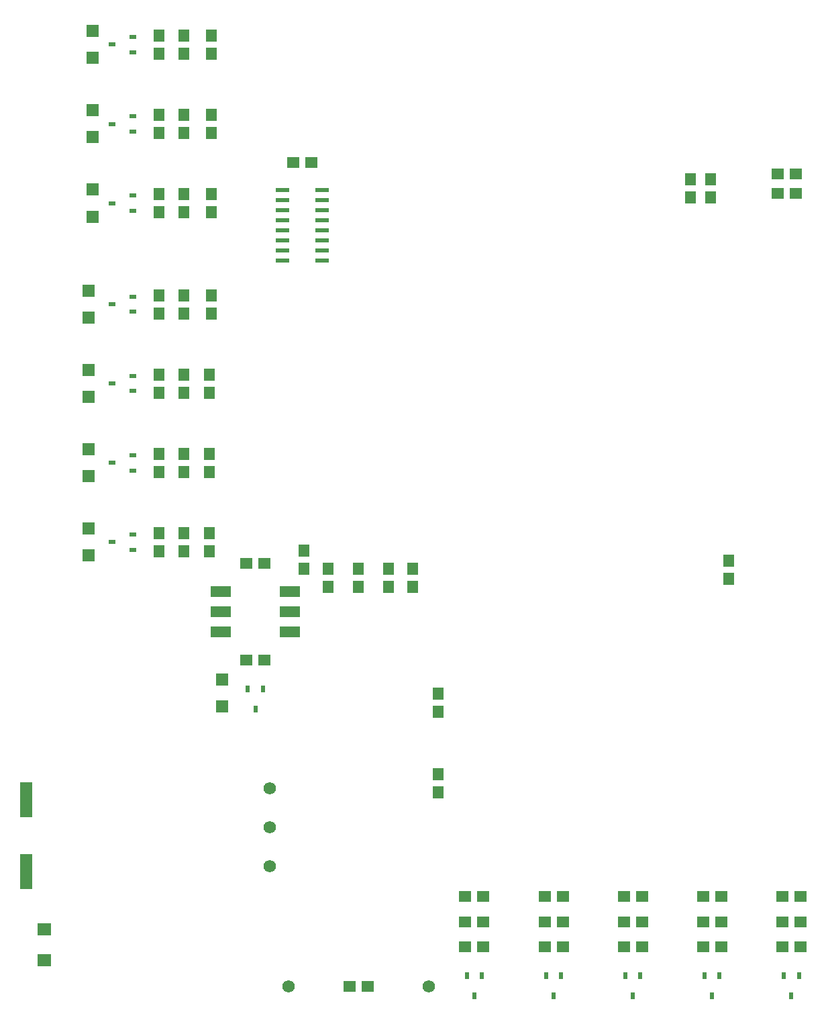
<source format=gtp>
G04*
G04 #@! TF.GenerationSoftware,Altium Limited,Altium Designer,19.1.5 (86)*
G04*
G04 Layer_Color=8421504*
%FSLAX25Y25*%
%MOIN*%
G70*
G01*
G75*
%ADD17R,0.06000X0.05600*%
%ADD18R,0.10236X0.05600*%
%ADD19R,0.06614X0.05984*%
%ADD20R,0.06496X0.17717*%
%ADD21R,0.02362X0.03740*%
%ADD22R,0.05600X0.06000*%
%ADD23C,0.06200*%
%ADD24R,0.06890X0.02362*%
%ADD25R,0.03740X0.02362*%
%ADD26R,0.06400X0.06400*%
D17*
X192660Y59055D02*
D03*
X201660D02*
D03*
X164594Y468110D02*
D03*
X173594D02*
D03*
X298594Y103681D02*
D03*
X289595D02*
D03*
X298594Y91181D02*
D03*
X289595D02*
D03*
X377335D02*
D03*
X368335D02*
D03*
X259224Y103681D02*
D03*
X250224D02*
D03*
X150465Y221161D02*
D03*
X141465D02*
D03*
Y268996D02*
D03*
X150465D02*
D03*
X259224Y91181D02*
D03*
X250224D02*
D03*
X337965Y103681D02*
D03*
X328965D02*
D03*
X337965Y91181D02*
D03*
X328965D02*
D03*
X416705Y103681D02*
D03*
X407705D02*
D03*
X416705Y91181D02*
D03*
X407705D02*
D03*
X377335Y103681D02*
D03*
X368335D02*
D03*
X289595Y78681D02*
D03*
X298594D02*
D03*
X368335D02*
D03*
X377335D02*
D03*
X250224D02*
D03*
X259224D02*
D03*
X328965D02*
D03*
X337965D02*
D03*
X407705D02*
D03*
X416705D02*
D03*
X405492Y452658D02*
D03*
X414492D02*
D03*
Y462303D02*
D03*
X405492D02*
D03*
D18*
X163209Y235187D02*
D03*
Y245187D02*
D03*
Y255187D02*
D03*
X128721Y235187D02*
D03*
Y245187D02*
D03*
Y255187D02*
D03*
D19*
X40946Y71988D02*
D03*
Y87461D02*
D03*
D20*
X32101Y116142D02*
D03*
Y151574D02*
D03*
D21*
X145965Y196653D02*
D03*
X142224Y206693D02*
D03*
X149705D02*
D03*
X254724Y54331D02*
D03*
X250984Y64370D02*
D03*
X258465D02*
D03*
X294094Y54331D02*
D03*
X290354Y64370D02*
D03*
X297835D02*
D03*
X372835Y54331D02*
D03*
X369094Y64370D02*
D03*
X376575D02*
D03*
X333465Y54331D02*
D03*
X329724Y64370D02*
D03*
X337205D02*
D03*
X412205Y54331D02*
D03*
X408465Y64370D02*
D03*
X415945D02*
D03*
D22*
X236614Y155217D02*
D03*
Y164216D02*
D03*
X124025Y393138D02*
D03*
Y402138D02*
D03*
X110531Y393138D02*
D03*
Y402138D02*
D03*
X123031Y314398D02*
D03*
Y323398D02*
D03*
X110531Y314398D02*
D03*
Y323398D02*
D03*
X123031Y353768D02*
D03*
Y362768D02*
D03*
X110531Y353768D02*
D03*
Y362768D02*
D03*
X123031Y275028D02*
D03*
Y284028D02*
D03*
X110531Y275028D02*
D03*
Y284028D02*
D03*
X124016Y482705D02*
D03*
Y491705D02*
D03*
X110531Y482679D02*
D03*
Y491679D02*
D03*
X124025Y522049D02*
D03*
Y531049D02*
D03*
X110531Y522049D02*
D03*
Y531049D02*
D03*
X124025Y443309D02*
D03*
Y452309D02*
D03*
X110531Y443309D02*
D03*
Y452309D02*
D03*
X170079Y275410D02*
D03*
Y266409D02*
D03*
X224242Y257410D02*
D03*
Y266409D02*
D03*
X372185Y450544D02*
D03*
Y459544D02*
D03*
X362185Y450544D02*
D03*
Y459544D02*
D03*
X98032Y402138D02*
D03*
Y393138D02*
D03*
Y323398D02*
D03*
Y314398D02*
D03*
Y362768D02*
D03*
Y353768D02*
D03*
Y284028D02*
D03*
Y275028D02*
D03*
Y491679D02*
D03*
Y482679D02*
D03*
Y531049D02*
D03*
Y522049D02*
D03*
Y452309D02*
D03*
Y443309D02*
D03*
X182160Y266409D02*
D03*
Y257410D02*
D03*
X212160Y266409D02*
D03*
Y257410D02*
D03*
X236614Y204217D02*
D03*
Y195217D02*
D03*
X381240Y261445D02*
D03*
Y270445D02*
D03*
X197160Y257410D02*
D03*
Y266409D02*
D03*
D23*
X153150Y138140D02*
D03*
Y118799D02*
D03*
X162402Y59055D02*
D03*
X231919D02*
D03*
X153150Y157480D02*
D03*
D24*
X178937Y454370D02*
D03*
Y419370D02*
D03*
Y424370D02*
D03*
Y429370D02*
D03*
Y434370D02*
D03*
Y439370D02*
D03*
Y444370D02*
D03*
Y449370D02*
D03*
X159252Y419370D02*
D03*
Y424370D02*
D03*
Y429370D02*
D03*
Y434370D02*
D03*
Y439370D02*
D03*
Y444370D02*
D03*
Y449370D02*
D03*
Y454370D02*
D03*
D25*
X74902Y397638D02*
D03*
X84941Y401378D02*
D03*
Y393898D02*
D03*
X74902Y318898D02*
D03*
X84941Y322638D02*
D03*
Y315158D02*
D03*
X74902Y358268D02*
D03*
X84941Y362008D02*
D03*
Y354528D02*
D03*
X74902Y279528D02*
D03*
X84941Y283268D02*
D03*
Y275787D02*
D03*
X74902Y487179D02*
D03*
X84941Y490919D02*
D03*
Y483439D02*
D03*
X74902Y526549D02*
D03*
X84941Y530289D02*
D03*
Y522809D02*
D03*
X74902Y447809D02*
D03*
X84941Y451549D02*
D03*
Y444069D02*
D03*
D26*
X63000Y390988D02*
D03*
Y404388D02*
D03*
Y312248D02*
D03*
Y325648D02*
D03*
Y351618D02*
D03*
Y365018D02*
D03*
Y272878D02*
D03*
Y286278D02*
D03*
X64933Y480529D02*
D03*
Y493929D02*
D03*
Y519899D02*
D03*
Y533299D02*
D03*
Y441159D02*
D03*
Y454559D02*
D03*
X129429Y211360D02*
D03*
Y197960D02*
D03*
M02*

</source>
